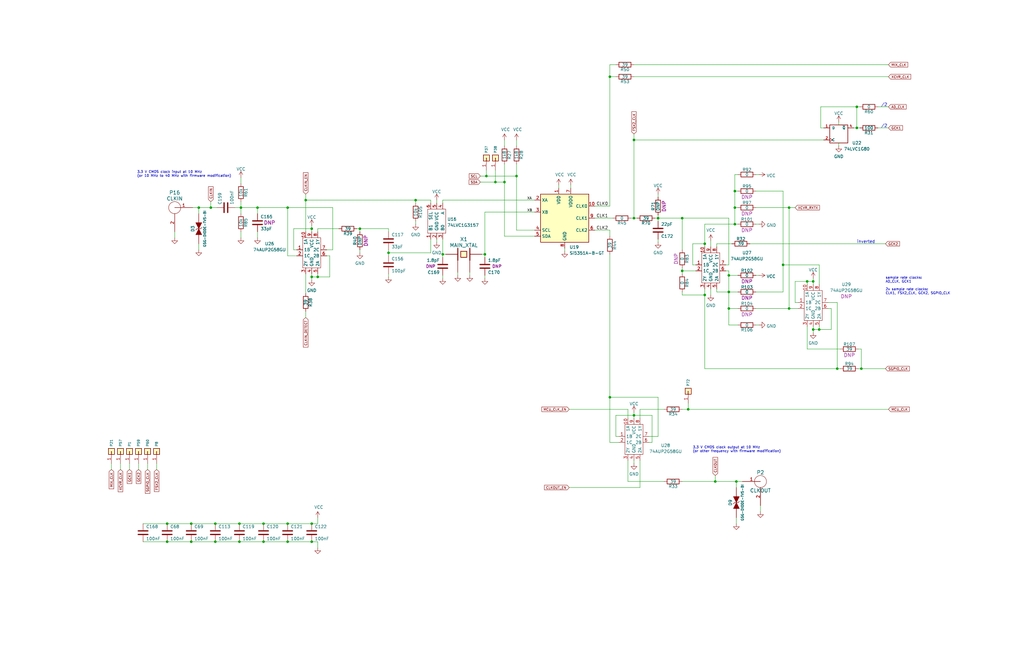
<source format=kicad_sch>
(kicad_sch (version 20211123) (generator eeschema)
  (paper "USLedger")
  (title_block (title "HackRF One") (date "2022-10-30") (rev "r9") (company "Copyright 2012-2022 Great Scott Gadgets") (comment 1 "Licensed under the CERN-OHL-P v2"))
  (junction (at 257.175 167.64))
  (junction (at 332.74 87.63))
  (junction (at 340.36 118.745))
  (junction (at 342.9 139.065))
  (junction (at 361.315 53.975))
  (junction (at 212.725 76.835))
  (junction (at 345.44 139.065))
  (junction (at 307.34 123.19))
  (junction (at 361.315 45.085))
  (junction (at 70.485 220.98))
  (junction (at 332.74 130.175))
  (junction (at 121.285 87.63))
  (junction (at 100.965 228.6))
  (junction (at 70.485 228.6))
  (junction (at 208.915 76.835))
  (junction (at 217.805 74.295))
  (junction (at 121.285 220.98))
  (junction (at 163.83 106.68))
  (junction (at 297.18 102.87))
  (junction (at 80.645 220.98))
  (junction (at 342.9 118.745))
  (junction (at 83.82 87.63))
  (junction (at 131.445 220.98))
  (junction (at 301.625 203.2))
  (junction (at 204.47 107.315))
  (junction (at 88.9 87.63))
  (junction (at 309.88 87.63))
  (junction (at 287.655 114.3))
  (junction (at 307.34 116.205))
  (junction (at 111.125 228.6))
  (junction (at 297.18 124.46))
  (junction (at 363.22 155.575))
  (junction (at 80.645 228.6))
  (junction (at 309.88 94.615))
  (junction (at 267.335 175.26))
  (junction (at 309.88 80.645))
  (junction (at 90.805 228.6))
  (junction (at 131.445 228.6))
  (junction (at 131.445 116.84))
  (junction (at 111.125 220.98))
  (junction (at 128.905 84.455))
  (junction (at 267.335 92.075))
  (junction (at 175.26 84.455))
  (junction (at 353.06 155.575))
  (junction (at 101.6 87.63))
  (junction (at 310.515 203.2))
  (junction (at 205.105 74.295))
  (junction (at 330.2 111.76))
  (junction (at 151.765 96.52))
  (junction (at 287.655 92.075))
  (junction (at 186.69 107.315))
  (junction (at 267.335 59.055))
  (junction (at 277.495 92.075))
  (junction (at 90.805 220.98))
  (junction (at 131.445 96.52))
  (junction (at 307.34 130.175))
  (junction (at 108.585 87.63))
  (junction (at 133.985 116.84))
  (junction (at 257.175 32.385))
  (junction (at 100.965 220.98))
  (junction (at 290.195 172.72))
  (junction (at 121.285 228.6))
  (wire (pts (xy 353.695 60.325) (xy 353.695 61.595)))
  (wire (pts (xy 163.83 116.84) (xy 163.83 115.57)))
  (wire (pts (xy 340.36 137.795) (xy 340.36 147.32)))
  (wire (pts (xy 274.955 175.26) (xy 267.335 175.26)))
  (wire (pts (xy 186.69 100.965) (xy 186.69 107.315)))
  (wire (pts (xy 342.9 137.795) (xy 342.9 139.065)))
  (wire (pts (xy 212.725 99.695) (xy 225.425 99.695)))
  (wire (pts (xy 335.28 118.745) (xy 335.28 127.635)))
  (wire (pts (xy 332.74 87.63) (xy 335.28 87.63)))
  (wire (pts (xy 274.955 186.69) (xy 274.955 175.26)))
  (wire (pts (xy 217.805 59.055) (xy 217.805 61.595)))
  (wire (pts (xy 202.565 74.295) (xy 205.105 74.295)))
  (wire (pts (xy 70.485 220.98) (xy 60.325 220.98)))
  (wire (pts (xy 302.26 102.87) (xy 308.61 102.87)))
  (wire (pts (xy 257.175 97.155) (xy 257.175 99.695)))
  (wire (pts (xy 259.715 184.15) (xy 260.985 184.15)))
  (wire (pts (xy 353.06 127.635) (xy 353.06 155.575)))
  (wire (pts (xy 83.82 90.17) (xy 83.82 87.63)))
  (wire (pts (xy 309.88 94.615) (xy 297.18 94.615)))
  (wire (pts (xy 307.34 111.76) (xy 307.34 92.075)))
  (wire (pts (xy 264.795 194.31) (xy 264.795 203.2)))
  (wire (pts (xy 46.99 195.58) (xy 46.99 198.12)))
  (wire (pts (xy 269.875 176.53) (xy 269.875 172.72)))
  (wire (pts (xy 90.805 228.6) (xy 100.965 228.6)))
  (wire (pts (xy 111.125 228.6) (xy 121.285 228.6)))
  (wire (pts (xy 299.72 121.92) (xy 299.72 124.46)))
  (wire (pts (xy 100.965 220.98) (xy 90.805 220.98)))
  (wire (pts (xy 186.69 107.315) (xy 187.96 107.315)))
  (wire (pts (xy 293.37 114.3) (xy 287.655 114.3)))
  (wire (pts (xy 101.6 87.63) (xy 101.6 90.17)))
  (wire (pts (xy 287.655 124.46) (xy 297.18 124.46)))
  (wire (pts (xy 225.425 89.535) (xy 204.47 89.535)))
  (wire (pts (xy 336.55 130.175) (xy 332.74 130.175)))
  (wire (pts (xy 250.825 97.155) (xy 257.175 97.155)))
  (wire (pts (xy 290.195 170.18) (xy 290.195 172.72)))
  (wire (pts (xy 131.445 96.52) (xy 131.445 95.25)))
  (wire (pts (xy 309.88 87.63) (xy 309.88 94.615)))
  (wire (pts (xy 335.28 127.635) (xy 336.55 127.635)))
  (wire (pts (xy 307.34 116.205) (xy 307.34 114.3)))
  (wire (pts (xy 250.825 86.995) (xy 257.175 86.995)))
  (wire (pts (xy 311.15 94.615) (xy 309.88 94.615)))
  (wire (pts (xy 297.18 94.615) (xy 297.18 102.87)))
  (wire (pts (xy 307.34 137.16) (xy 307.34 130.175)))
  (wire (pts (xy 287.655 115.57) (xy 287.655 114.3)))
  (wire (pts (xy 121.285 220.98) (xy 131.445 220.98)))
  (wire (pts (xy 267.335 92.075) (xy 268.605 92.075)))
  (wire (pts (xy 301.625 200.66) (xy 301.625 203.2)))
  (wire (pts (xy 131.445 116.84) (xy 133.985 116.84)))
  (wire (pts (xy 73.66 97.79) (xy 73.66 100.33)))
  (wire (pts (xy 203.2 107.315) (xy 204.47 107.315)))
  (wire (pts (xy 307.34 123.19) (xy 307.34 130.175)))
  (wire (pts (xy 131.445 118.11) (xy 131.445 116.84)))
  (wire (pts (xy 311.15 73.66) (xy 309.88 73.66)))
  (wire (pts (xy 370.205 45.085) (xy 374.65 45.085)))
  (wire (pts (xy 137.795 105.41) (xy 140.335 105.41)))
  (wire (pts (xy 238.125 104.775) (xy 238.125 106.045)))
  (wire (pts (xy 277.495 100.965) (xy 277.495 102.235)))
  (wire (pts (xy 346.075 53.975) (xy 347.345 53.975)))
  (wire (pts (xy 287.655 92.075) (xy 277.495 92.075)))
  (wire (pts (xy 151.765 96.52) (xy 151.765 97.79)))
  (wire (pts (xy 202.565 76.835) (xy 208.915 76.835)))
  (wire (pts (xy 318.77 130.175) (xy 332.74 130.175)))
  (wire (pts (xy 277.495 92.075) (xy 277.495 93.345)))
  (wire (pts (xy 318.77 73.66) (xy 320.04 73.66)))
  (wire (pts (xy 121.285 228.6) (xy 131.445 228.6)))
  (wire (pts (xy 277.495 167.64) (xy 277.495 184.15)))
  (wire (pts (xy 139.065 116.84) (xy 139.065 107.95)))
  (wire (pts (xy 307.34 92.075) (xy 287.655 92.075)))
  (wire (pts (xy 302.26 104.14) (xy 302.26 102.87)))
  (wire (pts (xy 240.03 205.74) (xy 269.875 205.74)))
  (wire (pts (xy 217.805 69.215) (xy 217.805 74.295)))
  (wire (pts (xy 302.26 123.19) (xy 307.34 123.19)))
  (wire (pts (xy 257.175 32.385) (xy 257.175 86.995)))
  (wire (pts (xy 99.06 87.63) (xy 101.6 87.63)))
  (wire (pts (xy 151.765 105.41) (xy 151.765 106.68)))
  (wire (pts (xy 307.34 114.3) (xy 306.07 114.3)))
  (wire (pts (xy 88.9 87.63) (xy 88.9 85.09)))
  (wire (pts (xy 125.095 107.95) (xy 121.285 107.95)))
  (wire (pts (xy 163.83 105.41) (xy 163.83 106.68)))
  (wire (pts (xy 267.335 92.075) (xy 267.335 59.055)))
  (wire (pts (xy 345.44 111.76) (xy 330.2 111.76)))
  (wire (pts (xy 140.335 87.63) (xy 121.285 87.63)))
  (wire (pts (xy 128.905 84.455) (xy 128.905 97.79)))
  (wire (pts (xy 269.875 194.31) (xy 269.875 205.74)))
  (wire (pts (xy 123.825 105.41) (xy 125.095 105.41)))
  (wire (pts (xy 330.2 123.19) (xy 318.77 123.19)))
  (wire (pts (xy 133.985 228.6) (xy 133.985 231.14)))
  (wire (pts (xy 91.44 87.63) (xy 88.9 87.63)))
  (wire (pts (xy 163.83 106.68) (xy 181.61 106.68)))
  (wire (pts (xy 287.655 203.2) (xy 301.625 203.2)))
  (wire (pts (xy 217.805 97.155) (xy 225.425 97.155)))
  (wire (pts (xy 361.315 53.975) (xy 362.585 53.975)))
  (wire (pts (xy 133.985 97.79) (xy 133.985 96.52)))
  (wire (pts (xy 287.655 105.41) (xy 287.655 92.075)))
  (wire (pts (xy 131.445 220.98) (xy 133.985 220.98)))
  (wire (pts (xy 267.335 175.26) (xy 267.335 173.99)))
  (wire (pts (xy 309.88 73.66) (xy 309.88 80.645)))
  (wire (pts (xy 133.985 116.84) (xy 139.065 116.84)))
  (wire (pts (xy 133.985 96.52) (xy 142.875 96.52)))
  (wire (pts (xy 349.25 127.635) (xy 353.06 127.635)))
  (wire (pts (xy 307.34 116.205) (xy 311.15 116.205)))
  (wire (pts (xy 267.335 176.53) (xy 267.335 175.26)))
  (wire (pts (xy 309.88 80.645) (xy 311.15 80.645)))
  (wire (pts (xy 276.225 92.075) (xy 277.495 92.075)))
  (wire (pts (xy 123.825 96.52) (xy 123.825 105.41)))
  (wire (pts (xy 342.9 120.015) (xy 342.9 118.745)))
  (wire (pts (xy 184.15 85.725) (xy 184.15 84.455)))
  (wire (pts (xy 297.18 102.87) (xy 297.18 104.14)))
  (wire (pts (xy 370.205 53.975) (xy 374.65 53.975)))
  (wire (pts (xy 90.805 220.98) (xy 80.645 220.98)))
  (wire (pts (xy 58.42 195.58) (xy 58.42 198.12)))
  (wire (pts (xy 302.26 121.92) (xy 302.26 123.19)))
  (wire (pts (xy 257.175 186.69) (xy 257.175 167.64)))
  (wire (pts (xy 184.15 100.965) (xy 184.15 102.235)))
  (wire (pts (xy 277.495 184.15) (xy 273.685 184.15)))
  (wire (pts (xy 292.1 111.76) (xy 293.37 111.76)))
  (wire (pts (xy 287.655 172.72) (xy 290.195 172.72)))
  (wire (pts (xy 267.335 32.385) (xy 374.65 32.385)))
  (wire (pts (xy 311.15 137.16) (xy 307.34 137.16)))
  (wire (pts (xy 292.1 102.87) (xy 292.1 111.76)))
  (wire (pts (xy 260.985 186.69) (xy 257.175 186.69)))
  (wire (pts (xy 80.645 228.6) (xy 90.805 228.6)))
  (wire (pts (xy 193.04 116.205) (xy 193.04 114.935)))
  (wire (pts (xy 267.335 56.515) (xy 267.335 59.055)))
  (wire (pts (xy 273.685 186.69) (xy 274.955 186.69)))
  (wire (pts (xy 151.765 96.52) (xy 163.83 96.52)))
  (wire (pts (xy 66.04 195.58) (xy 66.04 198.12)))
  (wire (pts (xy 257.175 27.305) (xy 259.715 27.305)))
  (wire (pts (xy 307.34 123.19) (xy 311.15 123.19)))
  (wire (pts (xy 267.335 175.26) (xy 259.715 175.26)))
  (wire (pts (xy 345.44 120.015) (xy 345.44 111.76)))
  (wire (pts (xy 101.6 97.79) (xy 101.6 100.33)))
  (wire (pts (xy 340.36 118.745) (xy 340.36 120.015)))
  (wire (pts (xy 80.645 220.98) (xy 70.485 220.98)))
  (wire (pts (xy 100.965 220.98) (xy 111.125 220.98)))
  (wire (pts (xy 311.15 130.175) (xy 307.34 130.175)))
  (wire (pts (xy 204.47 89.535) (xy 204.47 107.315)))
  (wire (pts (xy 363.22 155.575) (xy 373.38 155.575)))
  (wire (pts (xy 101.6 87.63) (xy 108.585 87.63)))
  (wire (pts (xy 181.61 106.68) (xy 181.61 100.965)))
  (wire (pts (xy 133.985 115.57) (xy 133.985 116.84)))
  (wire (pts (xy 361.95 155.575) (xy 363.22 155.575)))
  (wire (pts (xy 277.495 83.185) (xy 277.495 81.915)))
  (wire (pts (xy 267.335 27.305) (xy 374.65 27.305)))
  (wire (pts (xy 330.2 80.645) (xy 318.77 80.645)))
  (wire (pts (xy 330.2 111.76) (xy 330.2 123.19)))
  (wire (pts (xy 111.125 220.98) (xy 121.285 220.98)))
  (wire (pts (xy 208.915 71.755) (xy 208.915 76.835)))
  (wire (pts (xy 250.825 92.075) (xy 258.445 92.075)))
  (wire (pts (xy 257.175 27.305) (xy 257.175 32.385)))
  (wire (pts (xy 205.105 74.295) (xy 217.805 74.295)))
  (wire (pts (xy 101.6 85.09) (xy 101.6 87.63)))
  (wire (pts (xy 131.445 228.6) (xy 133.985 228.6)))
  (wire (pts (xy 310.515 205.74) (xy 310.515 203.2)))
  (wire (pts (xy 128.905 115.57) (xy 128.905 123.825)))
  (wire (pts (xy 361.315 53.975) (xy 360.045 53.975)))
  (wire (pts (xy 257.175 107.315) (xy 257.175 167.64)))
  (wire (pts (xy 235.585 79.375) (xy 235.585 78.105)))
  (wire (pts (xy 342.9 118.745) (xy 340.36 118.745)))
  (wire (pts (xy 345.44 139.065) (xy 350.52 139.065)))
  (wire (pts (xy 361.315 45.085) (xy 362.585 45.085)))
  (wire (pts (xy 310.515 220.98) (xy 310.515 218.44)))
  (wire (pts (xy 175.26 94.615) (xy 175.26 93.345)))
  (wire (pts (xy 212.725 76.835) (xy 212.725 99.695)))
  (wire (pts (xy 361.95 147.32) (xy 363.22 147.32)))
  (wire (pts (xy 318.77 116.205) (xy 320.04 116.205)))
  (wire (pts (xy 297.18 155.575) (xy 297.18 124.46)))
  (wire (pts (xy 259.715 175.26) (xy 259.715 184.15)))
  (wire (pts (xy 353.695 51.435) (xy 353.695 52.705)))
  (wire (pts (xy 345.44 137.795) (xy 345.44 139.065)))
  (wire (pts (xy 320.675 213.36) (xy 320.675 215.9)))
  (wire (pts (xy 175.26 84.455) (xy 181.61 84.455)))
  (wire (pts (xy 318.77 87.63) (xy 332.74 87.63)))
  (wire (pts (xy 139.065 107.95) (xy 137.795 107.95)))
  (wire (pts (xy 128.905 133.985) (xy 128.905 131.445)))
  (wire (pts (xy 342.9 118.745) (xy 342.9 117.475)))
  (wire (pts (xy 306.07 111.76) (xy 307.34 111.76)))
  (wire (pts (xy 257.175 167.64) (xy 277.495 167.64)))
  (wire (pts (xy 70.485 228.6) (xy 80.645 228.6)))
  (wire (pts (xy 277.495 90.805) (xy 277.495 92.075)))
  (wire (pts (xy 186.69 116.205) (xy 186.69 117.475)))
  (wire (pts (xy 301.625 203.2) (xy 310.515 203.2)))
  (wire (pts (xy 212.725 59.055) (xy 212.725 61.595)))
  (wire (pts (xy 340.36 118.745) (xy 335.28 118.745)))
  (wire (pts (xy 361.315 45.085) (xy 361.315 53.975)))
  (wire (pts (xy 267.335 194.31) (xy 267.335 195.58)))
  (wire (pts (xy 150.495 96.52) (xy 151.765 96.52)))
  (wire (pts (xy 100.965 228.6) (xy 111.125 228.6)))
  (wire (pts (xy 123.825 96.52) (xy 131.445 96.52)))
  (wire (pts (xy 350.52 139.065) (xy 350.52 130.175)))
  (wire (pts (xy 342.9 140.335) (xy 342.9 139.065)))
  (wire (pts (xy 318.77 94.615) (xy 320.04 94.615)))
  (wire (pts (xy 309.88 80.645) (xy 309.88 87.63)))
  (wire (pts (xy 186.69 84.455) (xy 186.69 85.725)))
  (wire (pts (xy 267.335 59.055) (xy 347.345 59.055)))
  (wire (pts (xy 264.795 203.2) (xy 280.035 203.2)))
  (wire (pts (xy 353.06 155.575) (xy 297.18 155.575)))
  (wire (pts (xy 205.105 71.755) (xy 205.105 74.295)))
  (wire (pts (xy 350.52 130.175) (xy 349.25 130.175)))
  (wire (pts (xy 297.18 121.92) (xy 297.18 124.46)))
  (wire (pts (xy 140.335 105.41) (xy 140.335 87.63)))
  (wire (pts (xy 186.69 84.455) (xy 225.425 84.455)))
  (wire (pts (xy 175.26 85.725) (xy 175.26 84.455)))
  (wire (pts (xy 83.82 105.41) (xy 83.82 102.87)))
  (wire (pts (xy 101.6 74.93) (xy 101.6 77.47)))
  (wire (pts (xy 60.325 228.6) (xy 70.485 228.6)))
  (wire (pts (xy 316.23 102.87) (xy 373.38 102.87)))
  (wire (pts (xy 54.61 195.58) (xy 54.61 198.12)))
  (wire (pts (xy 320.04 137.16) (xy 318.77 137.16)))
  (wire (pts (xy 240.665 79.375) (xy 240.665 78.105)))
  (wire (pts (xy 240.03 172.72) (xy 264.795 172.72)))
  (wire (pts (xy 208.915 76.835) (xy 212.725 76.835)))
  (wire (pts (xy 332.74 87.63) (xy 332.74 130.175)))
  (wire (pts (xy 128.905 84.455) (xy 175.26 84.455)))
  (wire (pts (xy 287.655 123.19) (xy 287.655 124.46)))
  (wire (pts (xy 264.795 176.53) (xy 264.795 172.72)))
  (wire (pts (xy 266.065 92.075) (xy 267.335 92.075)))
  (wire (pts (xy 217.805 74.295) (xy 217.805 97.155)))
  (wire (pts (xy 108.585 87.63) (xy 121.285 87.63)))
  (wire (pts (xy 290.195 172.72) (xy 374.65 172.72)))
  (wire (pts (xy 108.585 90.17) (xy 108.585 87.63)))
  (wire (pts (xy 204.47 107.315) (xy 204.47 108.585)))
  (wire (pts (xy 340.36 147.32) (xy 354.33 147.32)))
  (wire (pts (xy 363.22 147.32) (xy 363.22 155.575)))
  (wire (pts (xy 342.9 139.065) (xy 345.44 139.065)))
  (wire (pts (xy 346.075 53.975) (xy 346.075 45.085)))
  (wire (pts (xy 83.82 87.63) (xy 88.9 87.63)))
  (wire (pts (xy 299.72 101.6) (xy 299.72 104.14)))
  (wire (pts (xy 212.725 69.215) (xy 212.725 76.835)))
  (wire (pts (xy 269.875 172.72) (xy 280.035 172.72)))
  (wire (pts (xy 354.33 155.575) (xy 353.06 155.575)))
  (wire (pts (xy 128.905 81.915) (xy 128.905 84.455)))
  (wire (pts (xy 204.47 117.475) (xy 204.47 116.205)))
  (wire (pts (xy 131.445 115.57) (xy 131.445 116.84)))
  (wire (pts (xy 163.83 106.68) (xy 163.83 107.95)))
  (wire (pts (xy 108.585 97.79) (xy 108.585 100.33)))
  (wire (pts (xy 297.18 102.87) (xy 292.1 102.87)))
  (wire (pts (xy 131.445 97.79) (xy 131.445 96.52)))
  (wire (pts (xy 186.69 108.585) (xy 186.69 107.315)))
  (wire (pts (xy 309.88 87.63) (xy 311.15 87.63)))
  (wire (pts (xy 121.285 87.63) (xy 121.285 107.95)))
  (wire (pts (xy 62.23 198.12) (xy 62.23 195.58)))
  (wire (pts (xy 198.12 114.935) (xy 198.12 116.205)))
  (wire (pts (xy 346.075 45.085) (xy 361.315 45.085)))
  (wire (pts (xy 163.83 96.52) (xy 163.83 97.79)))
  (wire (pts (xy 330.2 111.76) (xy 330.2 80.645)))
  (wire (pts (xy 133.985 220.98) (xy 133.985 218.44)))
  (wire (pts (xy 307.34 123.19) (xy 307.34 116.205)))
  (wire (pts (xy 310.515 203.2) (xy 313.055 203.2)))
  (wire (pts (xy 50.8 195.58) (xy 50.8 198.12)))
  (wire (pts (xy 257.175 32.385) (xy 259.715 32.385)))
  (wire (pts (xy 81.28 87.63) (xy 83.82 87.63)))
  (wire (pts (xy 181.61 84.455) (xy 181.61 85.725)))
  (wire (pts (xy 287.655 113.03) (xy 287.655 114.3)))
  (text "/2" (at 371.475 53.975 0) (effects (font (size 1.27 1.27)) (justify left bottom)))
  (text "inverted" (at 361.315 102.87 0) (effects (font (size 1.27 1.27)) (justify left bottom)))
  (text "3.3 V CMOS clock input at 10 MHz\n(or 10 MHz to 40 MHz with firmware modification)" (at 57.785 74.93 0) (effects (font (size 1.016 1.016)) (justify left bottom)))
  (text "sample rate clocks:\nAD_CLK, GCK1\n\n2x sample rate clocks:\nCLK1, FSX2_CLK, GCK2, SGPIO_CLK" (at 373.38 124.46 0) (effects (font (size 1.016 1.016)) (justify left bottom)))
  (text "/2" (at 371.475 45.085 0) (effects (font (size 1.27 1.27)) (justify left bottom)))
  (text "3.3 V CMOS clock output at 10 MHz\n(or other frequency with firmware modification)" (at 292.1 191.135 0) (effects (font (size 1.016 1.016)) (justify left bottom)))
  (label "CLK0" (at 251.46 86.995 0))
  (label "CLK1" (at 251.46 92.075 0))
  (label "CLK2" (at 251.46 97.155 0))
  (label "XA" (at 222.25 84.455 0) (effects (font (size 1.016 1.016))))
  (label "XB" (at 222.25 89.535 0) (effects (font (size 1.016 1.016))))
  (global_label "GCK1" (shape input) (at 54.61 198.12 270) (effects (font (size 1.016 1.016))) (property "Intersheet References" "${INTERSHEET_REFS}" (effects hide)))
  (global_label "XCVR_CLK" (shape input) (at 374.65 32.385 0) (effects (font (size 1.016 1.016))) (property "Intersheet References" "${INTERSHEET_REFS}" (effects hide)))
  (global_label "FSX2_CLK" (shape input) (at 66.04 198.12 270) (effects (font (size 1.016 1.016))) (property "Intersheet References" "${INTERSHEET_REFS}" (effects hide)))
  (global_label "SCL" (shape input) (at 202.565 74.295 180) (effects (font (size 1.016 1.016))) (property "Intersheet References" "${INTERSHEET_REFS}" (effects hide)))
  (global_label "CLKIN_EN" (shape input) (at 128.905 81.915 90) (effects (font (size 1.016 1.016))) (property "Intersheet References" "${INTERSHEET_REFS}" (effects hide)))
  (global_label "MIX_CLK" (shape input) (at 374.65 27.305 0) (effects (font (size 1.016 1.016))) (property "Intersheet References" "${INTERSHEET_REFS}" (effects hide)))
  (global_label "GCK2" (shape input) (at 58.42 198.12 270) (effects (font (size 1.016 1.016))) (property "Intersheet References" "${INTERSHEET_REFS}" (effects hide)))
  (global_label "SDA" (shape input) (at 202.565 76.835 180) (effects (font (size 1.016 1.016))) (property "Intersheet References" "${INTERSHEET_REFS}" (effects hide)))
  (global_label "AD_CLK" (shape input) (at 374.65 45.085 0) (effects (font (size 1.016 1.016))) (property "Intersheet References" "${INTERSHEET_REFS}" (effects hide)))
  (global_label "CLKIN_DETECT" (shape input) (at 128.905 133.985 270) (effects (font (size 1.016 1.016))) (property "Intersheet References" "${INTERSHEET_REFS}" (effects hide)))
  (global_label "CLKOUT_EN" (shape input) (at 240.03 205.74 180) (effects (font (size 1.016 1.016))) (property "Intersheet References" "${INTERSHEET_REFS}" (effects hide)))
  (global_label "MIX_CLK" (shape input) (at 46.99 198.12 270) (effects (font (size 1.016 1.016))) (property "Intersheet References" "${INTERSHEET_REFS}" (effects hide)))
  (global_label "MCU_CLK_EN" (shape input) (at 240.03 172.72 180) (effects (font (size 1.016 1.016))) (property "Intersheet References" "${INTERSHEET_REFS}" (effects hide)))
  (global_label "SGPIO_CLK" (shape input) (at 373.38 155.575 0) (effects (font (size 1.016 1.016))) (property "Intersheet References" "${INTERSHEET_REFS}" (effects hide)))
  (global_label "CLKOUT" (shape input) (at 301.625 200.66 90) (effects (font (size 1.016 1.016))) (property "Intersheet References" "${INTERSHEET_REFS}" (effects hide)))
  (global_label "CLKIN" (shape input) (at 88.9 85.09 90) (effects (font (size 1.016 1.016))) (property "Intersheet References" "${INTERSHEET_REFS}" (effects hide)))
  (global_label "XCVR_RXTX" (shape input) (at 335.28 87.63 0) (effects (font (size 1.016 1.016))) (property "Intersheet References" "${INTERSHEET_REFS}" (effects hide)))
  (global_label "MCU_CLK" (shape input) (at 374.65 172.72 0) (effects (font (size 1.016 1.016))) (property "Intersheet References" "${INTERSHEET_REFS}" (effects hide)))
  (global_label "FSX2_CLK" (shape input) (at 267.335 56.515 90) (effects (font (size 1.016 1.016))) (property "Intersheet References" "${INTERSHEET_REFS}" (effects hide)))
  (global_label "SGPIO_CLK" (shape input) (at 62.23 198.12 270) (effects (font (size 1.016 1.016))) (property "Intersheet References" "${INTERSHEET_REFS}" (effects hide)))
  (global_label "GCK1" (shape input) (at 374.65 53.975 0) (effects (font (size 1.016 1.016))) (property "Intersheet References" "${INTERSHEET_REFS}" (effects hide)))
  (global_label "XCVR_CLK" (shape input) (at 50.8 198.12 270) (effects (font (size 1.016 1.016))) (property "Intersheet References" "${INTERSHEET_REFS}" (effects hide)))
  (global_label "GCK2" (shape input) (at 373.38 102.87 0) (effects (font (size 1.016 1.016))) (property "Intersheet References" "${INTERSHEET_REFS}" (effects hide)))
  (symbol (lib_id "Device:R") (at 212.725 65.405 0) (unit 1)
    (property "Reference" "R27" (at 214.757 65.405 90))
    (property "Value" "1k8" (at 212.725 65.405 90))
    (property "Footprint" "hackrf:GSG-0402" (effects hide))
    (property "Manufacturer" "Stackpole" (effects hide))
    (property "Part Number" "RMCF0402JT1K80" (effects hide))
    (property "Description" "RES TF 1.8K OHM 5% 1/16W 0402" (effects hide))
  )
  (symbol (lib_id "hackrf:GSG-XTAL4PIN") (at 195.58 107.315 0) (unit 1)
    (property "Reference" "X1" (at 195.58 100.965 0) (effects (font (size 1.524 1.524))))
    (property "Value" "MAIN_XTAL" (at 195.58 103.505 0) (effects (font (size 1.524 1.524))))
    (property "Footprint" "hackrf:GSG-XTAL3.2x2.5mm" (effects hide))
    (property "Manufacturer" "Raltron" (effects hide))
    (property "Part Number" "RH100-25.000-12-F-1010-TR" (effects hide))
    (property "Description" "CRYSTAL 25.0000MHZ 12PF SMD" (effects hide))
  )
  (symbol (lib_id "power:GND") (at 198.12 116.205 0) (unit 1)
    (property "Reference" "#PWR0128" (effects hide))
    (property "Value" "GND" (effects hide))
  )
  (symbol (lib_id "power:GND") (at 193.04 116.205 0) (unit 1)
    (property "Reference" "#PWR0127" (effects hide))
    (property "Value" "GND" (effects hide))
  )
  (symbol (lib_id "hackrf:GSG-RF-CONN") (at 73.66 87.63 0) (unit 1)
    (property "Reference" "P16" (at 73.66 81.28 0) (effects (font (size 1.524 1.524))))
    (property "Value" "CLKIN" (at 73.66 83.82 0) (effects (font (size 1.524 1.524))))
    (property "Footprint" "hackrf:GSG-SMA-73251-2120" (effects hide))
    (property "Manufacturer" "Molex" (effects hide))
    (property "Part Number" "73251-2121" (effects hide))
    (property "Description" "CONN SMA JACK 50 OHM EDGE MNT W/JAM NUT & LOCK WASHER" (effects hide))
  )
  (symbol (lib_id "power:GND") (at 73.66 100.33 0) (unit 1)
    (property "Reference" "#PWR0126" (effects hide))
    (property "Value" "GND" (effects hide))
  )
  (symbol (lib_id "power:GND") (at 133.985 231.14 0) (unit 1)
    (property "Reference" "#PWR0121" (effects hide))
    (property "Value" "GND" (effects hide))
  )
  (symbol (lib_id "Device:C") (at 90.805 224.79 0) (unit 1)
    (property "Reference" "C113" (at 92.075 222.25 0) (effects (justify left)))
    (property "Value" "100nF" (at 92.075 227.33 0) (effects (justify left)))
    (property "Footprint" "hackrf:GSG-0402" (effects hide))
    (property "Manufacturer" "Samsung" (effects hide))
    (property "Part Number" "CL05A104KA5NNNC" (effects hide))
    (property "Description" "CAP CER 0.1UF 25V X5R 0402" (effects hide))
  )
  (symbol (lib_id "Device:C") (at 100.965 224.79 0) (unit 1)
    (property "Reference" "C119" (at 102.235 222.25 0) (effects (justify left)))
    (property "Value" "100nF" (at 102.235 227.33 0) (effects (justify left)))
    (property "Footprint" "hackrf:GSG-0402" (effects hide))
    (property "Manufacturer" "Samsung" (effects hide))
    (property "Part Number" "CL05A104KA5NNNC" (effects hide))
    (property "Description" "CAP CER 0.1UF 25V X5R 0402" (effects hide))
  )
  (symbol (lib_id "Device:C") (at 111.125 224.79 0) (unit 1)
    (property "Reference" "C120" (at 112.395 222.25 0) (effects (justify left)))
    (property "Value" "100nF" (at 112.395 227.33 0) (effects (justify left)))
    (property "Footprint" "hackrf:GSG-0402" (effects hide))
    (property "Manufacturer" "Samsung" (effects hide))
    (property "Part Number" "CL05A104KA5NNNC" (effects hide))
    (property "Description" "CAP CER 0.1UF 25V X5R 0402" (effects hide))
  )
  (symbol (lib_id "Device:C") (at 121.285 224.79 0) (unit 1)
    (property "Reference" "C121" (at 122.555 222.25 0) (effects (justify left)))
    (property "Value" "100nF" (at 122.555 227.33 0) (effects (justify left)))
    (property "Footprint" "hackrf:GSG-0402" (effects hide))
    (property "Manufacturer" "Samsung" (effects hide))
    (property "Part Number" "CL05A104KA5NNNC" (effects hide))
    (property "Description" "CAP CER 0.1UF 25V X5R 0402" (effects hide))
  )
  (symbol (lib_id "Device:C") (at 131.445 224.79 0) (unit 1)
    (property "Reference" "C122" (at 132.715 222.25 0) (effects (justify left)))
    (property "Value" "100nF" (at 132.715 227.33 0) (effects (justify left)))
    (property "Footprint" "hackrf:GSG-0402" (effects hide))
    (property "Manufacturer" "Samsung" (effects hide))
    (property "Part Number" "CL05A104KA5NNNC" (effects hide))
    (property "Description" "CAP CER 0.1UF 25V X5R 0402" (effects hide))
  )
  (symbol (lib_id "Device:R") (at 175.26 89.535 0) (unit 1)
    (property "Reference" "R105" (at 177.292 89.535 90))
    (property "Value" "10k" (at 175.26 89.535 90))
    (property "Footprint" "hackrf:GSG-0402" (effects hide))
    (property "Manufacturer" "Stackpole" (effects hide))
    (property "Part Number" "RMCF0402JT10K0" (effects hide))
    (property "Description" "RES 10K OHM 1/16W 5% 0402 SMD" (effects hide))
  )
  (symbol (lib_id "power:GND") (at 320.675 215.9 0) (unit 1)
    (property "Reference" "#PWR093" (effects hide))
    (property "Value" "GND" (effects hide))
  )
  (symbol (lib_id "hackrf:GSG-RF-CONN") (at 320.675 203.2 0) (mirror y) (unit 1)
    (property "Reference" "P2" (at 320.675 199.39 0) (effects (font (size 1.524 1.524))))
    (property "Value" "CLKOUT" (at 320.675 207.01 0) (effects (font (size 1.524 1.524))))
    (property "Footprint" "hackrf:GSG-SMA-73251-2120" (effects hide))
    (property "Manufacturer" "Molex" (effects hide))
    (property "Part Number" "73251-2121" (effects hide))
    (property "Description" "CONN SMA JACK 50 OHM EDGE MNT W/JAM NUT & LOCK WASHER" (effects hide))
  )
  (symbol (lib_id "Connector_Generic:Conn_01x01") (at 205.105 66.675 90) (unit 1)
    (property "Reference" "P37" (at 205.105 64.643 0) (effects (font (size 1.016 1.016)) (justify left)))
    (property "Value" "SCL" (effects hide))
    (property "Footprint" "hackrf:GSG-TESTPOINT-50MIL" (effects hide))
    (property "DNP" "DNP" (effects hide))
  )
  (symbol (lib_id "Connector_Generic:Conn_01x01") (at 208.915 66.675 90) (unit 1)
    (property "Reference" "P38" (at 208.915 64.643 0) (effects (font (size 1.016 1.016)) (justify left)))
    (property "Value" "SDA" (effects hide))
    (property "Footprint" "hackrf:GSG-TESTPOINT-50MIL" (effects hide))
    (property "DNP" "DNP" (effects hide))
  )
  (symbol (lib_id "Device:R") (at 101.6 93.98 0) (unit 1)
    (property "Reference" "R85" (at 103.632 93.98 90))
    (property "Value" "10k" (at 101.6 93.98 90))
    (property "Footprint" "hackrf:GSG-0402" (effects hide))
    (property "Manufacturer" "Stackpole" (effects hide))
    (property "Part Number" "RMCF0402JT10K0" (effects hide))
    (property "Description" "RES 10K OHM 1/16W 5% 0402 SMD" (effects hide))
  )
  (symbol (lib_id "power:GND") (at 101.6 100.33 0) (unit 1)
    (property "Reference" "#PWR092" (effects hide))
    (property "Value" "GND" (effects hide))
  )
  (symbol (lib_id "Device:R") (at 217.805 65.405 0) (unit 1)
    (property "Reference" "R28" (at 219.837 65.405 90))
    (property "Value" "1k8" (at 217.805 65.405 90))
    (property "Footprint" "hackrf:GSG-0402" (effects hide))
    (property "Manufacturer" "Stackpole" (effects hide))
    (property "Part Number" "RMCF0402JT1K80" (effects hide))
    (property "Description" "RES TF 1.8K OHM 5% 1/16W 0402" (effects hide))
  )
  (symbol (lib_id "Device:R") (at 358.14 155.575 270) (mirror x) (unit 1)
    (property "Reference" "R94" (at 358.14 153.543 90))
    (property "Value" "39" (at 358.14 155.575 90))
    (property "Footprint" "hackrf:GSG-0402" (effects hide))
    (property "Manufacturer" "Stackpole" (effects hide))
    (property "Part Number" "RMCF0402JT39R0" (effects hide))
    (property "Description" "RES 39 OHM 1/16W 5% 0402 SMD" (effects hide))
  )
  (symbol (lib_id "Device:R") (at 283.845 203.2 270) (unit 1)
    (property "Reference" "R33" (at 283.845 205.232 90))
    (property "Value" "39" (at 283.845 203.2 90))
    (property "Footprint" "hackrf:GSG-0402" (effects hide))
    (property "Manufacturer" "Stackpole" (effects hide))
    (property "Part Number" "RMCF0402JT39R0" (effects hide))
    (property "Description" "RES 39 OHM 1/16W 5% 0402 SMD" (effects hide))
  )
  (symbol (lib_id "hackrf:GSG-DIODE-TVS-BI") (at 310.515 212.09 90) (unit 1)
    (property "Reference" "D9" (at 307.975 212.09 0))
    (property "Value" "GSG-DIODE-TVS-BI" (at 313.055 212.09 0) (effects (font (size 1.016 1.016))))
    (property "Footprint" "hackrf:GSG-0402" (effects hide))
    (property "Manufacturer" "Murata" (effects hide))
    (property "Part Number" "LXES15AAA1-100" (effects hide))
    (property "Description" "TVS DIODE ESD .05PF 15KV 0402" (effects hide))
  )
  (symbol (lib_id "power:GND") (at 310.515 220.98 0) (unit 1)
    (property "Reference" "#PWR0171" (effects hide))
    (property "Value" "GND" (effects hide))
  )
  (symbol (lib_id "hackrf:GSG-DIODE-TVS-BI") (at 83.82 96.52 90) (unit 1)
    (property "Reference" "D3" (at 81.28 96.52 0))
    (property "Value" "GSG-DIODE-TVS-BI" (at 86.36 96.52 0) (effects (font (size 1.016 1.016))))
    (property "Footprint" "hackrf:GSG-0402" (effects hide))
    (property "Manufacturer" "Murata" (effects hide))
    (property "Part Number" "LXES15AAA1-100" (effects hide))
    (property "Description" "TVS DIODE ESD .05PF 15KV 0402" (effects hide))
  )
  (symbol (lib_id "power:GND") (at 83.82 105.41 0) (unit 1)
    (property "Reference" "#PWR0172" (effects hide))
    (property "Value" "GND" (effects hide))
  )
  (symbol (lib_id "Device:R") (at 312.42 102.87 270) (mirror x) (unit 1)
    (property "Reference" "R32" (at 312.42 100.838 90))
    (property "Value" "39" (at 312.42 102.87 90))
    (property "Footprint" "hackrf:GSG-0402" (effects hide))
    (property "Manufacturer" "Stackpole" (effects hide))
    (property "Part Number" "RMCF0402JT39R0" (effects hide))
    (property "Description" "RES 39 OHM 1/16W 5% 0402 SMD" (effects hide))
  )
  (symbol (lib_id "Device:R") (at 366.395 53.975 270) (unit 1)
    (property "Reference" "R31" (at 366.395 56.007 90))
    (property "Value" "100" (at 366.395 53.975 90))
    (property "Footprint" "hackrf:GSG-0402" (effects hide))
    (property "Manufacturer" "Yageo" (effects hide))
    (property "Part Number" "RC0402JR-07100RL" (effects hide))
    (property "Description" "RES 100 OHM 5% 1/16W 0402" (effects hide))
  )
  (symbol (lib_id "Device:C") (at 186.69 112.395 180) (unit 1)
    (property "Reference" "C169" (at 185.42 114.935 0) (effects (justify left)))
    (property "Value" "1.8pF" (at 185.42 109.855 0) (effects (justify left)))
    (property "Footprint" "hackrf:GSG-0402" (effects hide))
    (property "DNP" "DNP" (at 181.61 112.395 0))
  )
  (symbol (lib_id "Device:C") (at 204.47 112.395 0) (mirror x) (unit 1)
    (property "Reference" "C170" (at 205.74 114.935 0) (effects (justify left)))
    (property "Value" "1.8pF" (at 205.74 109.855 0) (effects (justify left)))
    (property "Footprint" "hackrf:GSG-0402" (effects hide))
    (property "DNP" "DNP" (at 209.55 112.395 0))
  )
  (symbol (lib_id "power:GND") (at 186.69 117.475 0) (mirror y) (unit 1)
    (property "Reference" "#PWR0187" (effects hide))
    (property "Value" "GND" (effects hide))
  )
  (symbol (lib_id "power:GND") (at 204.47 117.475 0) (mirror y) (unit 1)
    (property "Reference" "#PWR0188" (effects hide))
    (property "Value" "GND" (effects hide))
  )
  (symbol (lib_id "power:VCC") (at 235.585 78.105 0) (unit 1)
    (property "Reference" "#PWR0203" (effects hide))
    (property "Value" "VCC" (at 236.0168 73.7108 0))
  )
  (symbol (lib_id "power:VCC") (at 217.805 59.055 0) (unit 1)
    (property "Reference" "#PWR0221" (effects hide))
    (property "Value" "VCC" (at 218.2368 54.6608 0))
  )
  (symbol (lib_id "power:VCC") (at 212.725 59.055 0) (unit 1)
    (property "Reference" "#PWR0227" (effects hide))
    (property "Value" "VCC" (at 213.1568 54.6608 0))
  )
  (symbol (lib_id "power:VCC") (at 133.985 218.44 0) (unit 1)
    (property "Reference" "#PWR0240" (effects hide))
    (property "Value" "VCC" (at 134.4168 214.0458 0))
  )
  (symbol (lib_id "power:GND") (at 108.585 100.33 0) (unit 1)
    (property "Reference" "#PWR0130" (effects hide))
    (property "Value" "GND" (effects hide))
  )
  (symbol (lib_id "Device:R") (at 314.96 80.645 90) (unit 1)
    (property "Reference" "R95" (at 314.96 78.613 90))
    (property "Value" "0" (at 314.96 80.645 90))
    (property "Footprint" "hackrf:GSG-0402" (effects hide))
    (property "Manufacturer" "Stackpole" (effects hide))
    (property "Part Number" "RMCF0402ZT0R00" (effects hide))
    (property "Description" "RES 0.0 OHM 1/16W 0402 SMD" (effects hide))
    (property "DNP" "DNP" (at 314.96 83.185 90) (effects (font (size 1.524 1.524))))
  )
  (symbol (lib_id "Device:R") (at 272.415 92.075 270) (unit 1)
    (property "Reference" "R70" (at 272.415 94.107 90))
    (property "Value" "39" (at 272.415 92.075 90))
    (property "Footprint" "hackrf:GSG-0402" (effects hide))
    (property "Manufacturer" "Stackpole" (effects hide))
    (property "Part Number" "RMCF0402JT39R0" (effects hide))
    (property "Description" "RES 39 OHM 1/16W 5% 0402 SMD" (effects hide))
  )
  (symbol (lib_id "Device:R") (at 314.96 137.16 270) (unit 1)
    (property "Reference" "R106" (at 314.96 139.192 90))
    (property "Value" "0" (at 314.96 137.16 90))
    (property "Footprint" "hackrf:GSG-0402" (effects hide))
    (property "Manufacturer" "Stackpole" (effects hide))
    (property "Part Number" "RMCF0402ZT0R00" (effects hide))
    (property "Description" "RES 0.0 OHM 1/16W 0402 SMD" (effects hide))
  )
  (symbol (lib_id "Device:R") (at 262.255 92.075 270) (unit 1)
    (property "Reference" "R45" (at 262.255 94.107 90))
    (property "Value" "0" (at 262.255 92.075 90))
    (property "Footprint" "hackrf:GSG-0402" (effects hide))
    (property "Manufacturer" "Stackpole" (effects hide))
    (property "Part Number" "RMCF0402ZT0R00" (effects hide))
    (property "Description" "RES 0.0 OHM 1/16W 0402 SMD" (effects hide))
  )
  (symbol (lib_id "Device:R") (at 366.395 45.085 270) (unit 1)
    (property "Reference" "R60" (at 366.395 47.117 90))
    (property "Value" "0" (at 366.395 45.085 90))
    (property "Footprint" "hackrf:GSG-0402" (effects hide))
    (property "Manufacturer" "Stackpole" (effects hide))
    (property "Part Number" "RMCF0402ZT0R00" (effects hide))
    (property "Description" "RES 0.0 OHM 1/16W 0402 SMD" (effects hide))
  )
  (symbol (lib_id "power:VCC") (at 320.04 73.66 270) (unit 1)
    (property "Reference" "#PWR0167" (effects hide))
    (property "Value" "VCC" (at 323.215 74.0938 90) (effects (justify left)))
  )
  (symbol (lib_id "74AUP2G58GU:74AUP2G58GU") (at 131.445 106.68 0) (unit 1)
    (property "Reference" "U26" (at 113.665 102.87 0))
    (property "Value" "74AUP2G58GU" (at 113.665 105.4069 0))
    (property "Footprint" "gsg-modules:XQFN10" (effects hide))
    (property "Datasheet" "https://assets.nexperia.com/documents/data-sheet/74AUP2G58.pdf" (effects hide))
    (property "Manufacturer" "Nexperia" (effects hide))
    (property "Part Number" "74AUP2G58GUX" (effects hide))
    (property "Description" "IC SCHMITT TRIGGER DUAL XQFN10" (effects hide))
  )
  (symbol (lib_id "power:GND") (at 299.72 124.46 0) (unit 1)
    (property "Reference" "#PWR0100" (effects hide))
    (property "Value" "GND" (at 299.72 128.9034 0))
  )
  (symbol (lib_id "Device:R") (at 287.655 109.22 0) (mirror x) (unit 1)
    (property "Reference" "R83" (at 289.687 109.22 90))
    (property "Value" "0" (at 287.655 109.22 90))
    (property "Footprint" "hackrf:GSG-0402" (effects hide))
    (property "Manufacturer" "Stackpole" (effects hide))
    (property "Part Number" "RMCF0402ZT0R00" (effects hide))
    (property "Description" "RES 0.0 OHM 1/16W 0402 SMD" (effects hide))
    (property "DNP" "DNP" (at 285.115 109.22 90) (effects (font (size 1.524 1.524))))
  )
  (symbol (lib_id "power:GND") (at 151.765 106.68 0) (unit 1)
    (property "Reference" "#PWR014" (effects hide))
    (property "Value" "GND" (at 151.765 111.1234 0))
  )
  (symbol (lib_id "74xGxx:74AUP1G80") (at 353.695 56.515 0) (unit 1)
    (property "Reference" "U22" (at 361.315 60.325 0))
    (property "Value" "74LVC1G80" (at 361.315 62.865 0))
    (property "Footprint" "Package_TO_SOT_SMD:SOT-353_SC-70-5" (effects hide))
    (property "Datasheet" "https://www.ti.com/lit/gpn/sn74lvc1g80" (effects hide))
    (property "Manufacturer" "Texas Instruments" (effects hide))
    (property "Part Number" "SN74LVC1G80DCKR" (effects hide))
    (property "Description" "IC FF D-TYPE SNGL 1BIT SC70-5" (effects hide))
  )
  (symbol (lib_id "power:VCC") (at 353.695 51.435 0) (unit 1)
    (property "Reference" "#PWR097" (effects hide))
    (property "Value" "VCC" (at 353.695 47.8592 0))
  )
  (symbol (lib_id "power:GND") (at 184.15 102.235 0) (unit 1)
    (property "Reference" "#PWR064" (effects hide))
    (property "Value" "GND" (at 184.15 106.6784 0))
  )
  (symbol (lib_id "Connector_Generic:Conn_01x01") (at 66.04 190.5 90) (unit 1)
    (property "Reference" "P8" (at 66.04 188.468 0) (effects (font (size 1.016 1.016)) (justify left)))
    (property "Value" "FSX2_CLK" (effects hide))
    (property "Footprint" "hackrf:GSG-TESTPOINT-50MIL" (effects hide))
    (property "DNP" "DNP" (effects hide))
  )
  (symbol (lib_id "power:VCC") (at 101.6 74.93 0) (unit 1)
    (property "Reference" "#PWR0129" (effects hide))
    (property "Value" "VCC" (at 101.6 71.3542 0))
  )
  (symbol (lib_id "Device:R") (at 277.495 86.995 180) (unit 1)
    (property "Reference" "R71" (at 275.463 86.995 90))
    (property "Value" "DNP" (at 277.495 86.995 90))
    (property "Footprint" "hackrf:GSG-0402" (effects hide))
    (property "DNP" "DNP" (at 280.035 86.995 90) (effects (font (size 1.524 1.524))))
  )
  (symbol (lib_id "74AUP2G58GU:74AUP2G58GU") (at 342.9 128.905 0) (unit 1)
    (property "Reference" "U29" (at 356.87 120.015 0))
    (property "Value" "74AUP2G58GU" (at 356.87 122.5519 0))
    (property "Footprint" "gsg-modules:XQFN10" (effects hide))
    (property "Datasheet" "https://assets.nexperia.com/documents/data-sheet/74AUP2G58.pdf" (effects hide))
    (property "Manufacturer" "Nexperia" (effects hide))
    (property "Part Number" "74AUP2G58GUX" (effects hide))
    (property "Description" "IC SCHMITT TRIGGER DUAL XQFN10" (effects hide))
    (property "DNP" "DNP" (at 356.87 125.095 0) (effects (font (size 1.524 1.524))))
  )
  (symbol (lib_id "Connector_Generic:Conn_01x01") (at 54.61 190.5 90) (unit 1)
    (property "Reference" "P1" (at 54.61 188.468 0) (effects (font (size 1.016 1.016)) (justify left)))
    (property "Value" "AD_CLK" (effects hide))
    (property "Footprint" "hackrf:GSG-TESTPOINT-50MIL" (effects hide))
    (property "DNP" "DNP" (effects hide))
  )
  (symbol (lib_id "Device:C") (at 95.25 87.63 90) (unit 1)
    (property "Reference" "C159" (at 92.71 86.36 0) (effects (justify left)))
    (property "Value" "100nF" (at 97.79 86.36 0) (effects (justify left)))
    (property "Footprint" "hackrf:GSG-0402" (effects hide))
    (property "Manufacturer" "Samsung" (effects hide))
    (property "Part Number" "CL05A104KA5NNNC" (effects hide))
    (property "Description" "CAP CER 0.1UF 25V X5R 0402" (effects hide))
  )
  (symbol (lib_id "power:GND") (at 238.125 106.045 0) (mirror y) (unit 1)
    (property "Reference" "#PWR068" (effects hide))
    (property "Value" "GND" (effects hide))
  )
  (symbol (lib_id "power:GND") (at 342.9 140.335 0) (unit 1)
    (property "Reference" "#PWR0195" (effects hide))
    (property "Value" "GND" (at 342.9 144.7784 0))
  )
  (symbol (lib_id "power:GND") (at 175.26 94.615 0) (unit 1)
    (property "Reference" "#PWR017" (effects hide))
    (property "Value" "GND" (at 175.26 99.0584 0))
  )
  (symbol (lib_id "power:GND") (at 353.695 61.595 0) (unit 1)
    (property "Reference" "#PWR098" (effects hide))
    (property "Value" "GND" (at 353.695 66.0384 0))
  )
  (symbol (lib_id "Device:R") (at 314.96 130.175 90) (unit 1)
    (property "Reference" "R104" (at 314.96 128.143 90))
    (property "Value" "0" (at 314.96 130.175 90))
    (property "Footprint" "hackrf:GSG-0402" (effects hide))
    (property "Manufacturer" "Stackpole" (effects hide))
    (property "Part Number" "RMCF0402ZT0R00" (effects hide))
    (property "Description" "RES 0.0 OHM 1/16W 0402 SMD" (effects hide))
    (property "DNP" "DNP" (at 314.96 132.715 90) (effects (font (size 1.524 1.524))))
  )
  (symbol (lib_id "Device:R") (at 263.525 27.305 270) (unit 1)
    (property "Reference" "R50" (at 263.525 29.337 90))
    (property "Value" "39" (at 263.525 27.305 90))
    (property "Footprint" "hackrf:GSG-0402" (effects hide))
    (property "Manufacturer" "Stackpole" (effects hide))
    (property "Part Number" "RMCF0402JT39R0" (effects hide))
    (property "Description" "RES 39 OHM 1/16W 5% 0402 SMD" (effects hide))
  )
  (symbol (lib_id "power:VCC") (at 131.445 95.25 0) (unit 1)
    (property "Reference" "#PWR04" (effects hide))
    (property "Value" "VCC" (at 131.445 91.6742 0))
  )
  (symbol (lib_id "Device:R") (at 314.96 94.615 90) (unit 1)
    (property "Reference" "R101" (at 314.96 92.583 90))
    (property "Value" "0" (at 314.96 94.615 90))
    (property "Footprint" "hackrf:GSG-0402" (effects hide))
    (property "Manufacturer" "Stackpole" (effects hide))
    (property "Part Number" "RMCF0402ZT0R00" (effects hide))
    (property "Description" "RES 0.0 OHM 1/16W 0402 SMD" (effects hide))
    (property "DNP" "DNP" (at 314.96 97.155 90) (effects (font (size 1.524 1.524))))
  )
  (symbol (lib_id "power:VCC") (at 320.04 116.205 270) (unit 1)
    (property "Reference" "#PWR0169" (effects hide))
    (property "Value" "VCC" (at 323.215 116.6388 90) (effects (justify left)))
  )
  (symbol (lib_id "power:VCC") (at 299.72 101.6 0) (unit 1)
    (property "Reference" "#PWR099" (effects hide))
    (property "Value" "VCC" (at 299.72 97.155 0))
  )
  (symbol (lib_id "power:GND") (at 131.445 118.11 0) (unit 1)
    (property "Reference" "#PWR013" (effects hide))
    (property "Value" "GND" (at 131.445 122.5534 0))
  )
  (symbol (lib_id "Connector_Generic:Conn_01x01") (at 62.23 190.5 90) (unit 1)
    (property "Reference" "P60" (at 62.23 188.468 0) (effects (font (size 1.016 1.016)) (justify left)))
    (property "Value" "SGPIO_CLK" (effects hide))
    (property "Footprint" "hackrf:GSG-TESTPOINT-50MIL" (effects hide))
    (property "DNP" "DNP" (effects hide))
  )
  (symbol (lib_id "Device:C") (at 277.495 97.155 0) (mirror x) (unit 1)
    (property "Reference" "C172" (at 278.765 99.695 0) (effects (justify left)))
    (property "Value" "22pF" (at 278.765 94.615 0) (effects (justify left)))
    (property "Footprint" "hackrf:GSG-0402" (effects hide))
    (property "Manufacturer" "Samsung" (effects hide))
    (property "Part Number" "CL05C220JB5NNNC" (effects hide))
    (property "Description" "CAP CER 22PF 50V 5% C0G/NP0 0402" (effects hide))
  )
  (symbol (lib_id "Device:R") (at 101.6 81.28 0) (unit 1)
    (property "Reference" "R61" (at 103.632 81.28 90))
    (property "Value" "10k" (at 101.6 81.28 90))
    (property "Footprint" "hackrf:GSG-0402" (effects hide))
    (property "Manufacturer" "Stackpole" (effects hide))
    (property "Part Number" "RMCF0402JT10K0" (effects hide))
    (property "Description" "RES 10K OHM 1/16W 5% 0402 SMD" (effects hide))
  )
  (symbol (lib_id "Device:R") (at 287.655 119.38 0) (unit 1)
    (property "Reference" "R84" (at 289.687 119.38 90))
    (property "Value" "0" (at 287.655 119.38 90))
    (property "Footprint" "hackrf:GSG-0402" (effects hide))
    (property "Manufacturer" "Stackpole" (effects hide))
    (property "Part Number" "RMCF0402ZT0R00" (effects hide))
    (property "Description" "RES 0.0 OHM 1/16W 0402 SMD" (effects hide))
  )
  (symbol (lib_id "power:VCC") (at 240.665 78.105 0) (unit 1)
    (property "Reference" "#PWR078" (effects hide))
    (property "Value" "VCC" (at 241.0968 73.7108 0))
  )
  (symbol (lib_id "Device:R") (at 151.765 101.6 180) (unit 1)
    (property "Reference" "R40" (at 149.733 101.6 90))
    (property "Value" "DNP" (at 151.765 101.6 90))
    (property "Footprint" "hackrf:GSG-0402" (effects hide))
    (property "DNP" "DNP" (at 154.305 101.6 90) (effects (font (size 1.524 1.524))))
  )
  (symbol (lib_id "Device:R") (at 257.175 103.505 0) (unit 1)
    (property "Reference" "R44" (at 259.207 103.505 90))
    (property "Value" "39" (at 257.175 103.505 90))
    (property "Footprint" "hackrf:GSG-0402" (effects hide))
    (property "Manufacturer" "Stackpole" (effects hide))
    (property "Part Number" "RMCF0402JT39R0" (effects hide))
    (property "Description" "RES 39 OHM 1/16W 5% 0402 SMD" (effects hide))
  )
  (symbol (lib_id "Connector_Generic:Conn_01x01") (at 46.99 190.5 90) (unit 1)
    (property "Reference" "P21" (at 46.99 188.468 0) (effects (font (size 1.016 1.016)) (justify left)))
    (property "Value" "MIX_CLK" (effects hide))
    (property "Footprint" "hackrf:GSG-TESTPOINT-50MIL" (effects hide))
    (property "DNP" "DNP" (effects hide))
  )
  (symbol (lib_id "power:GND") (at 277.495 102.235 0) (unit 1)
    (property "Reference" "#PWR0163" (effects hide))
    (property "Value" "GND" (at 277.495 106.6784 0))
  )
  (symbol (lib_id "Device:R") (at 283.845 172.72 270) (unit 1)
    (property "Reference" "R34" (at 283.845 174.752 90))
    (property "Value" "39" (at 283.845 172.72 90))
    (property "Footprint" "hackrf:GSG-0402" (effects hide))
    (property "Manufacturer" "Stackpole" (effects hide))
    (property "Part Number" "RMCF0402JT39R0" (effects hide))
    (property "Description" "RES 39 OHM 1/16W 5% 0402 SMD" (effects hide))
  )
  (symbol (lib_id "Device:C") (at 70.485 224.79 0) (unit 1)
    (property "Reference" "C68" (at 71.755 222.25 0) (effects (justify left)))
    (property "Value" "100nF" (at 71.755 227.33 0) (effects (justify left)))
    (property "Footprint" "hackrf:GSG-0402" (effects hide))
    (property "Manufacturer" "Samsung" (effects hide))
    (property "Part Number" "CL05A104KA5NNNC" (effects hide))
    (property "Description" "CAP CER 0.1UF 25V X5R 0402" (effects hide))
  )
  (symbol (lib_id "power:VCC") (at 184.15 84.455 0) (unit 1)
    (property "Reference" "#PWR059" (effects hide))
    (property "Value" "VCC" (at 184.15 80.8792 0))
  )
  (symbol (lib_id "Device:R") (at 314.96 116.205 90) (unit 1)
    (property "Reference" "R102" (at 314.96 114.173 90))
    (property "Value" "0" (at 314.96 116.205 90))
    (property "Footprint" "hackrf:GSG-0402" (effects hide))
    (property "Manufacturer" "Stackpole" (effects hide))
    (property "Part Number" "RMCF0402ZT0R00" (effects hide))
    (property "Description" "RES 0.0 OHM 1/16W 0402 SMD" (effects hide))
    (property "DNP" "DNP" (at 314.96 118.745 90) (effects (font (size 1.524 1.524))))
  )
  (symbol (lib_id "Device:C") (at 108.585 93.98 0) (unit 1)
    (property "Reference" "C165" (at 109.855 91.44 0) (effects (justify left)))
    (property "Value" "33pF" (at 109.855 96.52 0) (effects (justify left)))
    (property "Footprint" "hackrf:GSG-0402" (effects hide))
    (property "Manufacturer" "Samsung" (effects hide))
    (property "Part Number" "CL05C330JB5NNNC" (effects hide))
    (property "Description" "CAP CER 33PF 50V 5% C0G/NP0 0402" (effects hide))
    (property "DNP" "DNP" (at 113.665 93.98 0) (effects (font (size 1.524 1.524))))
  )
  (symbol (lib_id "Device:R") (at 314.96 123.19 90) (unit 1)
    (property "Reference" "R103" (at 314.96 121.158 90))
    (property "Value" "0" (at 314.96 123.19 90))
    (property "Footprint" "hackrf:GSG-0402" (effects hide))
    (property "Manufacturer" "Stackpole" (effects hide))
    (property "Part Number" "RMCF0402ZT0R00" (effects hide))
    (property "Description" "RES 0.0 OHM 1/16W 0402 SMD" (effects hide))
    (property "DNP" "DNP" (at 314.96 125.73 90) (effects (font (size 1.524 1.524))))
  )
  (symbol (lib_id "power:VCC") (at 267.335 173.99 0) (unit 1)
    (property "Reference" "#PWR094" (effects hide))
    (property "Value" "VCC" (at 267.335 170.4142 0))
  )
  (symbol (lib_id "Device:R") (at 358.14 147.32 270) (mirror x) (unit 1)
    (property "Reference" "R107" (at 358.14 145.288 90))
    (property "Value" "39" (at 358.14 147.32 90))
    (property "Footprint" "hackrf:GSG-0402" (effects hide))
    (property "Manufacturer" "Stackpole" (effects hide))
    (property "Part Number" "RMCF0402JT39R0" (effects hide))
    (property "Description" "RES 39 OHM 1/16W 5% 0402 SMD" (effects hide))
    (property "DNP" "DNP" (at 358.14 149.86 90) (effects (font (size 1.524 1.524))))
  )
  (symbol (lib_id "Oscillator:Si5351A-B-GT") (at 238.125 92.075 0) (unit 1)
    (property "Reference" "U19" (at 240.1444 104.2654 0) (effects (justify left)))
    (property "Value" "Si5351A-B-GT" (at 240.1444 106.8023 0) (effects (justify left)))
    (property "Footprint" "Package_SO:MSOP-10_3x3mm_P0.5mm" (effects hide))
    (property "Datasheet" "https://www.silabs.com/documents/public/data-sheets/Si5351-B.pdf" (effects hide))
    (property "Description" "IC CLK GENERATOR 200MHZ 10MSOP" (effects hide))
    (property "Manufacturer" "Skyworks" (effects hide))
    (property "Part Number" "SI5351A-B-GT" (effects hide))
  )
  (symbol (lib_id "Connector_Generic:Conn_01x01") (at 50.8 190.5 90) (unit 1)
    (property "Reference" "P57" (at 50.8 188.468 0) (effects (font (size 1.016 1.016)) (justify left)))
    (property "Value" "XCVR_CLK" (effects hide))
    (property "Footprint" "hackrf:GSG-TESTPOINT-50MIL" (effects hide))
    (property "DNP" "DNP" (effects hide))
  )
  (symbol (lib_id "Device:R") (at 314.96 73.66 90) (unit 1)
    (property "Reference" "R92" (at 314.96 71.628 90))
    (property "Value" "0" (at 314.96 73.66 90))
    (property "Footprint" "hackrf:GSG-0402" (effects hide))
    (property "Manufacturer" "Stackpole" (effects hide))
    (property "Part Number" "RMCF0402ZT0R00" (effects hide))
    (property "Description" "RES 0.0 OHM 1/16W 0402 SMD" (effects hide))
  )
  (symbol (lib_id "Device:C") (at 163.83 101.6 0) (unit 1)
    (property "Reference" "C117" (at 165.1 99.06 0) (effects (justify left)))
    (property "Value" "33pF" (at 165.1 104.14 0) (effects (justify left)))
    (property "Footprint" "hackrf:GSG-0402" (effects hide))
    (property "Manufacturer" "Samsung" (effects hide))
    (property "Part Number" "CL05C330JB5NNNC" (effects hide))
    (property "Description" "CAP CER 33PF 50V 5% C0G/NP0 0402" (effects hide))
  )
  (symbol (lib_id "power:VCC") (at 342.9 117.475 0) (unit 1)
    (property "Reference" "#PWR0186" (effects hide))
    (property "Value" "VCC" (at 342.9 113.8992 0))
  )
  (symbol (lib_id "power:GND") (at 267.335 195.58 0) (unit 1)
    (property "Reference" "#PWR096" (effects hide))
    (property "Value" "GND" (at 267.335 200.0234 0))
  )
  (symbol (lib_id "power:GND") (at 320.04 94.615 90) (unit 1)
    (property "Reference" "#PWR0168" (effects hide))
    (property "Value" "GND" (at 323.215 95.0488 90) (effects (justify right)))
  )
  (symbol (lib_id "Device:R") (at 314.96 87.63 90) (unit 1)
    (property "Reference" "R97" (at 314.96 85.598 90))
    (property "Value" "0" (at 314.96 87.63 90))
    (property "Footprint" "hackrf:GSG-0402" (effects hide))
    (property "Manufacturer" "Stackpole" (effects hide))
    (property "Part Number" "RMCF0402ZT0R00" (effects hide))
    (property "Description" "RES 0.0 OHM 1/16W 0402 SMD" (effects hide))
    (property "DNP" "DNP" (at 314.96 90.17 90) (effects (font (size 1.524 1.524))))
  )
  (symbol (lib_id "Device:R") (at 263.525 32.385 270) (unit 1)
    (property "Reference" "R53" (at 263.525 34.417 90))
    (property "Value" "39" (at 263.525 32.385 90))
    (property "Footprint" "hackrf:GSG-0402" (effects hide))
    (property "Manufacturer" "Stackpole" (effects hide))
    (property "Part Number" "RMCF0402JT39R0" (effects hide))
    (property "Description" "RES 39 OHM 1/16W 5% 0402 SMD" (effects hide))
  )
  (symbol (lib_id "Connector_Generic:Conn_01x01") (at 290.195 165.1 90) (unit 1)
    (property "Reference" "P72" (at 290.195 163.068 0) (effects (font (size 1.016 1.016)) (justify left)))
    (property "Value" "GP_CLKIN" (effects hide))
    (property "Footprint" "hackrf:GSG-TESTPOINT-50MIL" (effects hide))
    (property "DNP" "DNP" (effects hide))
  )
  (symbol (lib_id "74AUP2G58GU:74AUP2G58GU") (at 299.72 113.03 0) (unit 1)
    (property "Reference" "U27" (at 314.96 106.6831 0))
    (property "Value" "74AUP2G58GU" (at 314.96 109.22 0))
    (property "Footprint" "gsg-modules:XQFN10" (effects hide))
    (property "Datasheet" "https://assets.nexperia.com/documents/data-sheet/74AUP2G58.pdf" (effects hide))
    (property "Manufacturer" "Nexperia" (effects hide))
    (property "Part Number" "74AUP2G58GUX" (effects hide))
    (property "Description" "IC SCHMITT TRIGGER DUAL XQFN10" (effects hide))
  )
  (symbol (lib_id "Device:R") (at 128.905 127.635 0) (unit 1)
    (property "Reference" "R38" (at 130.937 127.635 90))
    (property "Value" "39" (at 128.905 127.635 90))
    (property "Footprint" "hackrf:GSG-0402" (effects hide))
    (property "Manufacturer" "Stackpole" (effects hide))
    (property "Part Number" "RMCF0402JT39R0" (effects hide))
    (property "Description" "RES 39 OHM 1/16W 5% 0402 SMD" (effects hide))
  )
  (symbol (lib_id "power:VCC") (at 277.495 81.915 0) (unit 1)
    (property "Reference" "#PWR0162" (effects hide))
    (property "Value" "VCC" (at 277.495 78.3392 0))
  )
  (symbol (lib_id "Device:C") (at 163.83 111.76 0) (unit 1)
    (property "Reference" "C156" (at 165.1 109.22 0) (effects (justify left)))
    (property "Value" "100pF" (at 165.1 114.3 0) (effects (justify left)))
    (property "Footprint" "hackrf:GSG-0402" (effects hide))
    (property "Manufacturer" "Samsung" (effects hide))
    (property "Part Number" "CL05C101JB5NNNC" (effects hide))
    (property "Description" "CAP CER 100PF 50V 5% C0G/NP0 0402" (effects hide))
  )
  (symbol (lib_id "Device:C") (at 60.325 224.79 0) (unit 1)
    (property "Reference" "C168" (at 61.595 222.25 0) (effects (justify left)))
    (property "Value" "100nF" (at 61.595 227.33 0) (effects (justify left)))
    (property "Footprint" "hackrf:GSG-0402" (effects hide))
    (property "Manufacturer" "Samsung" (effects hide))
    (property "Part Number" "CL05A104KA5NNNC" (effects hide))
    (property "Description" "CAP CER 0.1UF 25V X5R 0402" (effects hide))
  )
  (symbol (lib_id "Device:C") (at 80.645 224.79 0) (unit 1)
    (property "Reference" "C69" (at 81.915 222.25 0) (effects (justify left)))
    (property "Value" "100nF" (at 81.915 227.33 0) (effects (justify left)))
    (property "Footprint" "hackrf:GSG-0402" (effects hide))
    (property "Manufacturer" "Samsung" (effects hide))
    (property "Part Number" "CL05A104KA5NNNC" (effects hide))
    (property "Description" "CAP CER 0.1UF 25V X5R 0402" (effects hide))
  )
  (symbol (lib_id "Connector_Generic:Conn_01x01") (at 58.42 190.5 90) (unit 1)
    (property "Reference" "P59" (at 58.42 188.468 0) (effects (font (size 1.016 1.016)) (justify left)))
    (property "Value" "GCK2" (effects hide))
    (property "Footprint" "hackrf:GSG-TESTPOINT-50MIL" (effects hide))
    (property "DNP" "DNP" (effects hide))
  )
  (symbol (lib_id "power:GND") (at 320.04 137.16 90) (unit 1)
    (property "Reference" "#PWR0170" (effects hide))
    (property "Value" "GND" (at 323.215 137.5938 90) (effects (justify right)))
  )
  (symbol (lib_id "gsg-symbols:74LVC1G3157") (at 184.15 93.345 90) (unit 1)
    (property "Reference" "U16" (at 188.595 92.5103 90) (effects (justify right)))
    (property "Value" "74LVC1G3157" (at 188.595 95.0472 90) (effects (justify right)))
    (property "Footprint" "gsg-modules:XSON6" (effects hide))
    (property "Description" "IC SWITCH SPDT 6 OHM X2DFN1410-6" (effects hide))
    (property "Manufacturer" "Diodes Inc." (effects hide))
    (property "Part Number" "74LVC1G3157FZ4-7" (effects hide))
  )
  (symbol (lib_id "Device:R") (at 146.685 96.52 270) (unit 1)
    (property "Reference" "R39" (at 146.685 98.552 90))
    (property "Value" "39" (at 146.685 96.52 90))
    (property "Footprint" "hackrf:GSG-0402" (effects hide))
    (property "Manufacturer" "Stackpole" (effects hide))
    (property "Part Number" "RMCF0402JT39R0" (effects hide))
    (property "Description" "RES 39 OHM 1/16W 5% 0402 SMD" (effects hide))
  )
  (symbol (lib_id "power:GND") (at 163.83 116.84 0) (unit 1)
    (property "Reference" "#PWR016" (effects hide))
    (property "Value" "GND" (effects hide))
  )
  (symbol (lib_id "74AUP2G58GU:74AUP2G58GU") (at 267.335 185.42 0) (unit 1)
    (property "Reference" "U28" (at 280.67 187.96 0))
    (property "Value" "74AUP2G58GU" (at 280.67 190.4969 0))
    (property "Footprint" "gsg-modules:XQFN10" (effects hide))
    (property "Datasheet" "https://assets.nexperia.com/documents/data-sheet/74AUP2G58.pdf" (effects hide))
    (property "Manufacturer" "Nexperia" (effects hide))
    (property "Part Number" "74AUP2G58GUX" (effects hide))
    (property "Description" "IC SCHMITT TRIGGER DUAL XQFN10" (effects hide))
  )
)
</source>
